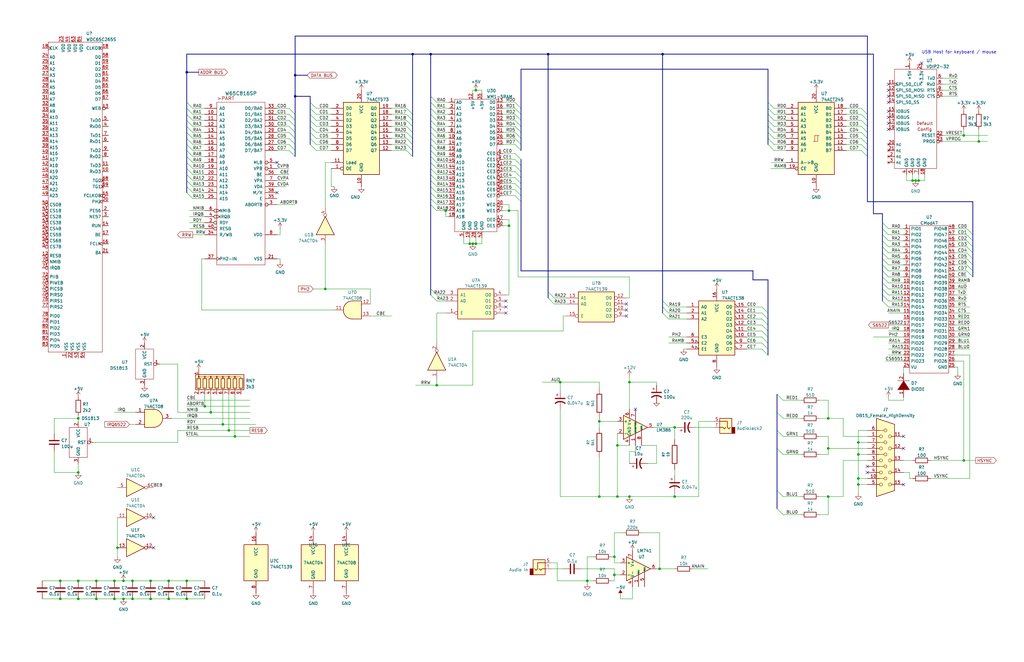
<source format=kicad_sch>
(kicad_sch (version 20211123) (generator eeschema)
  (paper "B")
  (title_block (title "65816 SBC CR") (rev "1.1") (company "Finitron"))
  (junction (at 361.95 204.47))
  (junction (at 259.08 242.57))
  (junction (at 71.12 252.73))
  (junction (at 259.08 234.95))
  (junction (at 412.75 59.69))
  (junction (at 200.66 38.1))
  (junction (at 86.36 171.45))
  (junction (at 349.25 176.53))
  (junction (at 48.26 252.73))
  (junction (at 260.35 187.96))
  (junction (at 349.25 209.55))
  (junction (at 49.53 231.14))
  (junction (at 361.95 186.69))
  (junction (at 252.73 177.8))
  (junction (at 349.25 189.23))
  (junction (at 55.88 245.11))
  (junction (at 88.9 173.99))
  (junction (at 78.74 245.11))
  (junction (at 124.46 40.64))
  (junction (at 52.07 245.11))
  (junction (at 40.64 245.11))
  (junction (at 25.4 252.73))
  (junction (at 265.43 209.55))
  (junction (at 55.88 252.73))
  (junction (at 214.63 88.9))
  (junction (at 93.98 179.07))
  (junction (at 406.4 57.15))
  (junction (at 25.4 245.11))
  (junction (at 40.64 252.73))
  (junction (at 284.48 209.55))
  (junction (at 173.99 22.86))
  (junction (at 236.22 161.29))
  (junction (at 198.12 102.87))
  (junction (at 33.02 176.53))
  (junction (at 265.43 161.29))
  (junction (at 33.02 245.11))
  (junction (at 124.46 31.75))
  (junction (at 33.02 199.39))
  (junction (at 279.4 22.86))
  (junction (at 387.35 76.2))
  (junction (at 33.02 252.73))
  (junction (at 252.73 209.55))
  (junction (at 361.95 191.77))
  (junction (at 247.65 245.11))
  (junction (at 199.39 102.87))
  (junction (at 137.16 121.92))
  (junction (at 184.15 162.56))
  (junction (at 361.95 201.93))
  (junction (at 187.96 88.9))
  (junction (at 48.26 245.11))
  (junction (at 78.74 30.48))
  (junction (at 52.07 252.73))
  (junction (at 181.61 22.86))
  (junction (at 386.08 76.2))
  (junction (at 63.5 245.11))
  (junction (at 231.14 22.86))
  (junction (at 63.5 252.73))
  (junction (at 214.63 95.25))
  (junction (at 96.52 181.61))
  (junction (at 284.48 180.34))
  (junction (at 260.35 209.55))
  (junction (at 71.12 245.11))
  (junction (at 384.81 76.2))
  (junction (at 200.66 102.87))
  (junction (at 406.4 194.31))
  (junction (at 78.74 252.73))
  (junction (at 99.06 184.15))
  (junction (at 278.13 240.03))
  (no_connect (at 374.65 46.99))
  (no_connect (at 381 189.23))
  (no_connect (at 64.77 231.14))
  (no_connect (at 64.77 218.44))
  (no_connect (at 264.16 128.27))
  (no_connect (at 264.16 130.81))
  (no_connect (at 213.36 129.54))
  (no_connect (at 213.36 127))
  (no_connect (at 388.62 26.67))
  (no_connect (at 267.97 172.72))
  (no_connect (at 264.16 133.35))
  (no_connect (at 213.36 132.08))
  (no_connect (at 374.65 49.53))
  (no_connect (at 381 184.15))
  (no_connect (at 374.65 40.64))
  (no_connect (at 374.65 54.61))
  (no_connect (at 365.76 199.39))
  (no_connect (at 374.65 38.1))
  (no_connect (at 116.84 68.58))
  (no_connect (at 365.76 196.85))
  (no_connect (at 374.65 52.07))
  (no_connect (at 381 204.47))
  (no_connect (at 374.65 43.18))
  (no_connect (at 116.84 81.28))
  (no_connect (at 374.65 35.56))
  (bus_entry (at 372.11 127) (size 2.54 2.54))
  (bus_entry (at 327.66 181.61) (size 2.54 2.54))
  (bus_entry (at 327.66 189.23) (size 2.54 2.54))
  (bus_entry (at 321.31 134.62) (size 2.54 2.54))
  (bus_entry (at 321.31 137.16) (size 2.54 2.54))
  (bus_entry (at 321.31 144.78) (size 2.54 2.54))
  (bus_entry (at 321.31 147.32) (size 2.54 2.54))
  (bus_entry (at 321.31 139.7) (size 2.54 2.54))
  (bus_entry (at 321.31 142.24) (size 2.54 2.54))
  (bus_entry (at 321.31 129.54) (size 2.54 2.54))
  (bus_entry (at 321.31 132.08) (size 2.54 2.54))
  (bus_entry (at 323.85 45.72) (size 2.54 2.54))
  (bus_entry (at 323.85 43.18) (size 2.54 2.54))
  (bus_entry (at 323.85 48.26) (size 2.54 2.54))
  (bus_entry (at 323.85 53.34) (size 2.54 2.54))
  (bus_entry (at 323.85 50.8) (size 2.54 2.54))
  (bus_entry (at 323.85 55.88) (size 2.54 2.54))
  (bus_entry (at 323.85 60.96) (size 2.54 2.54))
  (bus_entry (at 323.85 58.42) (size 2.54 2.54))
  (bus_entry (at 181.61 76.2) (size 2.54 2.54))
  (bus_entry (at 181.61 60.96) (size 2.54 2.54))
  (bus_entry (at 181.61 45.72) (size 2.54 2.54))
  (bus_entry (at 181.61 48.26) (size 2.54 2.54))
  (bus_entry (at 181.61 63.5) (size 2.54 2.54))
  (bus_entry (at 181.61 66.04) (size 2.54 2.54))
  (bus_entry (at 181.61 58.42) (size 2.54 2.54))
  (bus_entry (at 181.61 86.36) (size 2.54 2.54))
  (bus_entry (at 181.61 83.82) (size 2.54 2.54))
  (bus_entry (at 181.61 73.66) (size 2.54 2.54))
  (bus_entry (at 181.61 78.74) (size 2.54 2.54))
  (bus_entry (at 181.61 81.28) (size 2.54 2.54))
  (bus_entry (at 181.61 68.58) (size 2.54 2.54))
  (bus_entry (at 181.61 71.12) (size 2.54 2.54))
  (bus_entry (at 181.61 50.8) (size 2.54 2.54))
  (bus_entry (at 181.61 53.34) (size 2.54 2.54))
  (bus_entry (at 181.61 55.88) (size 2.54 2.54))
  (bus_entry (at 181.61 40.64) (size 2.54 2.54))
  (bus_entry (at 181.61 43.18) (size 2.54 2.54))
  (bus_entry (at 279.4 132.08) (size 2.54 2.54))
  (bus_entry (at 279.4 129.54) (size 2.54 2.54))
  (bus_entry (at 279.4 127) (size 2.54 2.54))
  (bus_entry (at 372.11 96.52) (size 2.54 2.54))
  (bus_entry (at 372.11 99.06) (size 2.54 2.54))
  (bus_entry (at 372.11 101.6) (size 2.54 2.54))
  (bus_entry (at 372.11 93.98) (size 2.54 2.54))
  (bus_entry (at 407.67 114.3) (size 2.54 2.54))
  (bus_entry (at 407.67 111.76) (size 2.54 2.54))
  (bus_entry (at 407.67 109.22) (size 2.54 2.54))
  (bus_entry (at 407.67 106.68) (size 2.54 2.54))
  (bus_entry (at 407.67 104.14) (size 2.54 2.54))
  (bus_entry (at 407.67 96.52) (size 2.54 2.54))
  (bus_entry (at 407.67 101.6) (size 2.54 2.54))
  (bus_entry (at 407.67 99.06) (size 2.54 2.54))
  (bus_entry (at 372.11 124.46) (size 2.54 2.54))
  (bus_entry (at 327.66 214.63) (size 2.54 2.54))
  (bus_entry (at 121.92 50.8) (size 2.54 2.54))
  (bus_entry (at 121.92 48.26) (size 2.54 2.54))
  (bus_entry (at 121.92 45.72) (size 2.54 2.54))
  (bus_entry (at 121.92 63.5) (size 2.54 2.54))
  (bus_entry (at 121.92 60.96) (size 2.54 2.54))
  (bus_entry (at 121.92 58.42) (size 2.54 2.54))
  (bus_entry (at 121.92 55.88) (size 2.54 2.54))
  (bus_entry (at 121.92 53.34) (size 2.54 2.54))
  (bus_entry (at 327.66 173.99) (size 2.54 2.54))
  (bus_entry (at 130.81 60.96) (size 2.54 2.54))
  (bus_entry (at 130.81 58.42) (size 2.54 2.54))
  (bus_entry (at 130.81 55.88) (size 2.54 2.54))
  (bus_entry (at 130.81 53.34) (size 2.54 2.54))
  (bus_entry (at 130.81 48.26) (size 2.54 2.54))
  (bus_entry (at 130.81 45.72) (size 2.54 2.54))
  (bus_entry (at 130.81 43.18) (size 2.54 2.54))
  (bus_entry (at 130.81 50.8) (size 2.54 2.54))
  (bus_entry (at 372.11 104.14) (size 2.54 2.54))
  (bus_entry (at 372.11 106.68) (size 2.54 2.54))
  (bus_entry (at 372.11 109.22) (size 2.54 2.54))
  (bus_entry (at 372.11 111.76) (size 2.54 2.54))
  (bus_entry (at 372.11 116.84) (size 2.54 2.54))
  (bus_entry (at 372.11 114.3) (size 2.54 2.54))
  (bus_entry (at 372.11 119.38) (size 2.54 2.54))
  (bus_entry (at 372.11 121.92) (size 2.54 2.54))
  (bus_entry (at 231.14 123.19) (size 2.54 2.54))
  (bus_entry (at 181.61 121.92) (size 2.54 2.54))
  (bus_entry (at 327.66 166.37) (size 2.54 2.54))
  (bus_entry (at 217.17 69.85) (size 2.54 2.54))
  (bus_entry (at 217.17 67.31) (size 2.54 2.54))
  (bus_entry (at 217.17 64.77) (size 2.54 2.54))
  (bus_entry (at 217.17 74.93) (size 2.54 2.54))
  (bus_entry (at 217.17 77.47) (size 2.54 2.54))
  (bus_entry (at 217.17 80.01) (size 2.54 2.54))
  (bus_entry (at 217.17 82.55) (size 2.54 2.54))
  (bus_entry (at 217.17 72.39) (size 2.54 2.54))
  (bus_entry (at 363.22 55.88) (size 2.54 2.54))
  (bus_entry (at 363.22 63.5) (size 2.54 2.54))
  (bus_entry (at 363.22 60.96) (size 2.54 2.54))
  (bus_entry (at 363.22 58.42) (size 2.54 2.54))
  (bus_entry (at 363.22 53.34) (size 2.54 2.54))
  (bus_entry (at 363.22 50.8) (size 2.54 2.54))
  (bus_entry (at 363.22 48.26) (size 2.54 2.54))
  (bus_entry (at 363.22 45.72) (size 2.54 2.54))
  (bus_entry (at 327.66 207.01) (size 2.54 2.54))
  (bus_entry (at 78.74 45.72) (size 2.54 2.54))
  (bus_entry (at 78.74 43.18) (size 2.54 2.54))
  (bus_entry (at 78.74 60.96) (size 2.54 2.54))
  (bus_entry (at 78.74 58.42) (size 2.54 2.54))
  (bus_entry (at 78.74 50.8) (size 2.54 2.54))
  (bus_entry (at 78.74 48.26) (size 2.54 2.54))
  (bus_entry (at 78.74 55.88) (size 2.54 2.54))
  (bus_entry (at 78.74 53.34) (size 2.54 2.54))
  (bus_entry (at 78.74 71.12) (size 2.54 2.54))
  (bus_entry (at 78.74 68.58) (size 2.54 2.54))
  (bus_entry (at 78.74 81.28) (size 2.54 2.54))
  (bus_entry (at 78.74 78.74) (size 2.54 2.54))
  (bus_entry (at 78.74 66.04) (size 2.54 2.54))
  (bus_entry (at 78.74 63.5) (size 2.54 2.54))
  (bus_entry (at 78.74 76.2) (size 2.54 2.54))
  (bus_entry (at 78.74 73.66) (size 2.54 2.54))
  (bus_entry (at 171.45 53.34) (size 2.54 2.54))
  (bus_entry (at 171.45 63.5) (size 2.54 2.54))
  (bus_entry (at 171.45 60.96) (size 2.54 2.54))
  (bus_entry (at 171.45 58.42) (size 2.54 2.54))
  (bus_entry (at 171.45 50.8) (size 2.54 2.54))
  (bus_entry (at 171.45 48.26) (size 2.54 2.54))
  (bus_entry (at 171.45 45.72) (size 2.54 2.54))
  (bus_entry (at 171.45 55.88) (size 2.54 2.54))
  (bus_entry (at 231.14 125.73) (size 2.54 2.54))
  (bus_entry (at 181.61 124.46) (size 2.54 2.54))
  (bus_entry (at 217.17 48.26) (size 2.54 2.54))
  (bus_entry (at 217.17 43.18) (size 2.54 2.54))
  (bus_entry (at 217.17 45.72) (size 2.54 2.54))
  (bus_entry (at 217.17 50.8) (size 2.54 2.54))
  (bus_entry (at 217.17 55.88) (size 2.54 2.54))
  (bus_entry (at 217.17 60.96) (size 2.54 2.54))
  (bus_entry (at 217.17 58.42) (size 2.54 2.54))
  (bus_entry (at 217.17 53.34) (size 2.54 2.54))
  (wire (pts (xy 116.84 50.8) (xy 121.92 50.8)))
  (wire (pts (xy 116.84 71.12) (xy 121.92 71.12)))
  (wire (pts (xy 212.09 72.39) (xy 217.17 72.39)))
  (bus (pts (xy 124.46 60.96) (xy 124.46 58.42)))
  (bus (pts (xy 410.21 109.22) (xy 410.21 106.68)))
  (bus (pts (xy 368.3 22.86) (xy 368.3 90.17)))
  (wire (pts (xy 165.1 48.26) (xy 171.45 48.26)))
  (wire (pts (xy 361.95 186.69) (xy 361.95 191.77)))
  (wire (pts (xy 184.15 132.08) (xy 184.15 144.78)))
  (wire (pts (xy 86.36 55.88) (xy 81.28 55.88)))
  (wire (pts (xy 381 132.08) (xy 374.65 132.08)))
  (wire (pts (xy 402.59 99.06) (xy 407.67 99.06)))
  (wire (pts (xy 22.86 199.39) (xy 33.02 199.39)))
  (wire (pts (xy 165.1 53.34) (xy 171.45 53.34)))
  (bus (pts (xy 124.46 15.24) (xy 365.76 15.24)))
  (wire (pts (xy 314.96 132.08) (xy 321.31 132.08)))
  (wire (pts (xy 156.21 121.92) (xy 156.21 128.27)))
  (bus (pts (xy 219.71 60.96) (xy 219.71 63.5)))
  (wire (pts (xy 116.84 99.06) (xy 118.11 99.06)))
  (wire (pts (xy 236.22 209.55) (xy 252.73 209.55)))
  (wire (pts (xy 381 119.38) (xy 374.65 119.38)))
  (wire (pts (xy 200.66 100.33) (xy 200.66 102.87)))
  (bus (pts (xy 410.21 85.09) (xy 410.21 99.06)))
  (wire (pts (xy 406.4 57.15) (xy 406.4 54.61)))
  (wire (pts (xy 345.44 191.77) (xy 349.25 191.77)))
  (bus (pts (xy 124.46 66.04) (xy 124.46 63.5)))
  (wire (pts (xy 189.23 60.96) (xy 184.15 60.96)))
  (wire (pts (xy 381 116.84) (xy 374.65 116.84)))
  (wire (pts (xy 397.51 38.1) (xy 403.86 38.1)))
  (wire (pts (xy 137.16 68.58) (xy 137.16 87.63)))
  (wire (pts (xy 402.59 142.24) (xy 408.94 142.24)))
  (wire (pts (xy 355.6 194.31) (xy 355.6 209.55)))
  (bus (pts (xy 124.46 53.34) (xy 124.46 50.8)))
  (wire (pts (xy 118.11 99.06) (xy 118.11 96.52)))
  (wire (pts (xy 118.11 109.22) (xy 118.11 110.49)))
  (wire (pts (xy 86.36 88.9) (xy 80.01 88.9)))
  (wire (pts (xy 67.31 153.67) (xy 74.93 153.67)))
  (wire (pts (xy 406.4 152.4) (xy 402.59 152.4)))
  (wire (pts (xy 331.47 71.12) (xy 325.12 71.12)))
  (bus (pts (xy 372.11 99.06) (xy 372.11 96.52)))
  (wire (pts (xy 381 157.48) (xy 381 154.94)))
  (bus (pts (xy 130.81 40.64) (xy 124.46 40.64)))
  (wire (pts (xy 86.36 91.44) (xy 80.01 91.44)))
  (wire (pts (xy 63.5 252.73) (xy 71.12 252.73)))
  (wire (pts (xy 86.36 76.2) (xy 81.28 76.2)))
  (wire (pts (xy 212.09 53.34) (xy 217.17 53.34)))
  (bus (pts (xy 323.85 139.7) (xy 323.85 137.16)))
  (wire (pts (xy 189.23 63.5) (xy 184.15 63.5)))
  (bus (pts (xy 130.81 53.34) (xy 130.81 50.8)))
  (wire (pts (xy 86.36 81.28) (xy 81.28 81.28)))
  (bus (pts (xy 130.81 50.8) (xy 130.81 48.26)))
  (wire (pts (xy 403.86 154.94) (xy 403.86 157.48)))
  (wire (pts (xy 88.9 166.37) (xy 88.9 173.99)))
  (wire (pts (xy 212.09 74.93) (xy 217.17 74.93)))
  (wire (pts (xy 189.23 53.34) (xy 184.15 53.34)))
  (bus (pts (xy 181.61 86.36) (xy 181.61 121.92)))
  (wire (pts (xy 356.87 55.88) (xy 363.22 55.88)))
  (wire (pts (xy 276.86 161.29) (xy 265.43 161.29)))
  (wire (pts (xy 85.09 130.81) (xy 140.97 130.81)))
  (bus (pts (xy 78.74 71.12) (xy 78.74 73.66)))
  (bus (pts (xy 219.71 48.26) (xy 219.71 50.8)))
  (wire (pts (xy 314.96 139.7) (xy 321.31 139.7)))
  (bus (pts (xy 219.71 53.34) (xy 219.71 55.88)))
  (wire (pts (xy 86.36 68.58) (xy 81.28 68.58)))
  (bus (pts (xy 78.74 53.34) (xy 78.74 55.88)))
  (bus (pts (xy 365.76 85.09) (xy 365.76 66.04)))
  (bus (pts (xy 323.85 144.78) (xy 323.85 142.24)))
  (wire (pts (xy 356.87 60.96) (xy 363.22 60.96)))
  (wire (pts (xy 86.36 50.8) (xy 81.28 50.8)))
  (wire (pts (xy 116.84 48.26) (xy 121.92 48.26)))
  (wire (pts (xy 345.44 209.55) (xy 349.25 209.55)))
  (wire (pts (xy 267.97 187.96) (xy 267.97 190.5)))
  (bus (pts (xy 219.71 74.93) (xy 219.71 77.47)))
  (wire (pts (xy 99.06 184.15) (xy 105.41 184.15)))
  (wire (pts (xy 165.1 63.5) (xy 171.45 63.5)))
  (wire (pts (xy 71.12 245.11) (xy 78.74 245.11)))
  (bus (pts (xy 78.74 58.42) (xy 78.74 60.96)))
  (wire (pts (xy 200.66 38.1) (xy 203.2 38.1)))
  (wire (pts (xy 365.76 201.93) (xy 361.95 201.93)))
  (bus (pts (xy 372.11 96.52) (xy 372.11 93.98)))
  (bus (pts (xy 130.81 58.42) (xy 130.81 55.88)))
  (wire (pts (xy 402.59 109.22) (xy 407.67 109.22)))
  (wire (pts (xy 402.59 137.16) (xy 408.94 137.16)))
  (wire (pts (xy 139.7 55.88) (xy 133.35 55.88)))
  (wire (pts (xy 189.23 45.72) (xy 184.15 45.72)))
  (wire (pts (xy 259.08 237.49) (xy 261.62 237.49)))
  (wire (pts (xy 397.51 35.56) (xy 403.86 35.56)))
  (bus (pts (xy 365.76 55.88) (xy 365.76 53.34)))
  (bus (pts (xy 83.82 30.48) (xy 78.74 30.48)))
  (wire (pts (xy 345.44 217.17) (xy 349.25 217.17)))
  (bus (pts (xy 365.76 60.96) (xy 365.76 58.42)))
  (wire (pts (xy 281.94 142.24) (xy 289.56 142.24)))
  (wire (pts (xy 86.36 171.45) (xy 105.41 171.45)))
  (bus (pts (xy 327.66 189.23) (xy 327.66 181.61)))
  (bus (pts (xy 78.74 78.74) (xy 78.74 81.28)))
  (wire (pts (xy 78.74 184.15) (xy 99.06 184.15)))
  (bus (pts (xy 365.76 66.04) (xy 365.76 63.5)))
  (wire (pts (xy 212.09 48.26) (xy 217.17 48.26)))
  (wire (pts (xy 25.4 252.73) (xy 33.02 252.73)))
  (wire (pts (xy 381 109.22) (xy 374.65 109.22)))
  (bus (pts (xy 78.74 68.58) (xy 78.74 71.12)))
  (wire (pts (xy 165.1 133.35) (xy 156.21 133.35)))
  (wire (pts (xy 218.44 116.84) (xy 218.44 88.9)))
  (wire (pts (xy 212.09 50.8) (xy 217.17 50.8)))
  (wire (pts (xy 116.84 109.22) (xy 118.11 109.22)))
  (wire (pts (xy 397.51 59.69) (xy 412.75 59.69)))
  (wire (pts (xy 381 149.86) (xy 374.65 149.86)))
  (wire (pts (xy 139.7 58.42) (xy 133.35 58.42)))
  (wire (pts (xy 165.1 60.96) (xy 171.45 60.96)))
  (bus (pts (xy 323.85 50.8) (xy 323.85 48.26)))
  (wire (pts (xy 165.1 50.8) (xy 171.45 50.8)))
  (wire (pts (xy 200.66 102.87) (xy 203.2 102.87)))
  (wire (pts (xy 252.73 177.8) (xy 252.73 180.34)))
  (wire (pts (xy 345.44 168.91) (xy 349.25 168.91)))
  (wire (pts (xy 402.59 119.38) (xy 407.67 119.38)))
  (wire (pts (xy 381 114.3) (xy 374.65 114.3)))
  (wire (pts (xy 139.7 48.26) (xy 133.35 48.26)))
  (wire (pts (xy 260.35 187.96) (xy 260.35 182.88)))
  (bus (pts (xy 323.85 60.96) (xy 323.85 58.42)))
  (bus (pts (xy 323.85 134.62) (xy 323.85 132.08)))
  (wire (pts (xy 212.09 45.72) (xy 217.17 45.72)))
  (wire (pts (xy 402.59 139.7) (xy 408.94 139.7)))
  (bus (pts (xy 181.61 48.26) (xy 181.61 50.8)))
  (bus (pts (xy 78.74 22.86) (xy 173.99 22.86)))
  (wire (pts (xy 337.82 217.17) (xy 330.2 217.17)))
  (wire (pts (xy 314.96 129.54) (xy 321.31 129.54)))
  (wire (pts (xy 212.09 92.71) (xy 214.63 92.71)))
  (wire (pts (xy 48.26 252.73) (xy 52.07 252.73)))
  (wire (pts (xy 25.4 245.11) (xy 33.02 245.11)))
  (wire (pts (xy 214.63 95.25) (xy 214.63 124.46)))
  (wire (pts (xy 289.56 147.32) (xy 288.29 147.32)))
  (wire (pts (xy 93.98 179.07) (xy 107.95 179.07)))
  (wire (pts (xy 294.64 177.8) (xy 300.99 177.8)))
  (wire (pts (xy 402.59 132.08) (xy 408.94 132.08)))
  (wire (pts (xy 314.96 147.32) (xy 321.31 147.32)))
  (wire (pts (xy 331.47 63.5) (xy 326.39 63.5)))
  (wire (pts (xy 289.56 129.54) (xy 281.94 129.54)))
  (wire (pts (xy 402.59 134.62) (xy 408.94 134.62)))
  (bus (pts (xy 130.81 45.72) (xy 130.81 43.18)))
  (wire (pts (xy 72.39 176.53) (xy 105.41 176.53)))
  (wire (pts (xy 406.4 194.31) (xy 411.48 194.31)))
  (wire (pts (xy 199.39 102.87) (xy 200.66 102.87)))
  (bus (pts (xy 173.99 55.88) (xy 173.99 53.34)))
  (wire (pts (xy 187.96 124.46) (xy 184.15 124.46)))
  (wire (pts (xy 189.23 91.44) (xy 187.96 91.44)))
  (wire (pts (xy 228.6 161.29) (xy 236.22 161.29)))
  (wire (pts (xy 257.81 234.95) (xy 259.08 234.95)))
  (wire (pts (xy 259.08 224.79) (xy 262.89 224.79)))
  (wire (pts (xy 116.84 58.42) (xy 121.92 58.42)))
  (wire (pts (xy 289.56 134.62) (xy 281.94 134.62)))
  (bus (pts (xy 78.74 50.8) (xy 78.74 53.34)))
  (wire (pts (xy 189.23 78.74) (xy 184.15 78.74)))
  (wire (pts (xy 331.47 60.96) (xy 326.39 60.96)))
  (wire (pts (xy 250.19 245.11) (xy 247.65 245.11)))
  (wire (pts (xy 284.48 198.12) (xy 284.48 200.66)))
  (wire (pts (xy 189.23 43.18) (xy 184.15 43.18)))
  (wire (pts (xy 361.95 181.61) (xy 361.95 186.69)))
  (wire (pts (xy 365.76 189.23) (xy 349.25 189.23)))
  (bus (pts (xy 372.11 101.6) (xy 372.11 99.06)))
  (wire (pts (xy 402.59 96.52) (xy 407.67 96.52)))
  (bus (pts (xy 219.71 50.8) (xy 219.71 53.34)))
  (wire (pts (xy 266.7 247.65) (xy 266.7 252.73)))
  (wire (pts (xy 293.37 180.34) (xy 300.99 180.34)))
  (bus (pts (xy 124.46 50.8) (xy 124.46 48.26)))
  (bus (pts (xy 78.74 76.2) (xy 78.74 78.74)))
  (wire (pts (xy 86.36 60.96) (xy 81.28 60.96)))
  (wire (pts (xy 397.51 40.64) (xy 403.86 40.64)))
  (wire (pts (xy 116.84 86.36) (xy 124.46 86.36)))
  (bus (pts (xy 181.61 22.86) (xy 181.61 40.64)))
  (wire (pts (xy 349.25 176.53) (xy 355.6 176.53)))
  (wire (pts (xy 259.08 234.95) (xy 259.08 224.79)))
  (wire (pts (xy 264.16 125.73) (xy 265.43 125.73)))
  (bus (pts (xy 78.74 73.66) (xy 78.74 76.2)))
  (wire (pts (xy 52.07 252.73) (xy 55.88 252.73)))
  (wire (pts (xy 116.84 55.88) (xy 121.92 55.88)))
  (bus (pts (xy 231.14 22.86) (xy 279.4 22.86)))
  (bus (pts (xy 365.76 85.09) (xy 410.21 85.09)))
  (wire (pts (xy 212.09 82.55) (xy 217.17 82.55)))
  (wire (pts (xy 49.53 234.95) (xy 49.53 231.14)))
  (bus (pts (xy 323.85 132.08) (xy 323.85 118.11)))
  (bus (pts (xy 181.61 45.72) (xy 181.61 48.26)))
  (wire (pts (xy 175.26 162.56) (xy 184.15 162.56)))
  (wire (pts (xy 187.96 88.9) (xy 184.15 88.9)))
  (wire (pts (xy 387.35 76.2) (xy 389.89 76.2)))
  (wire (pts (xy 384.81 73.66) (xy 384.81 76.2)))
  (bus (pts (xy 372.11 104.14) (xy 372.11 106.68)))
  (wire (pts (xy 252.73 161.29) (xy 252.73 163.83)))
  (bus (pts (xy 323.85 48.26) (xy 323.85 45.72)))
  (wire (pts (xy 374.65 127) (xy 381 127)))
  (wire (pts (xy 397.51 57.15) (xy 406.4 57.15)))
  (wire (pts (xy 85.09 130.81) (xy 85.09 109.22)))
  (bus (pts (xy 181.61 83.82) (xy 181.61 86.36)))
  (wire (pts (xy 252.73 161.29) (xy 236.22 161.29)))
  (bus (pts (xy 231.14 125.73) (xy 231.14 123.19)))
  (wire (pts (xy 402.59 149.86) (xy 408.94 149.86)))
  (bus (pts (xy 124.46 31.75) (xy 124.46 15.24)))
  (wire (pts (xy 412.75 59.69) (xy 416.56 59.69)))
  (wire (pts (xy 381 124.46) (xy 374.65 124.46)))
  (wire (pts (xy 165.1 58.42) (xy 171.45 58.42)))
  (wire (pts (xy 381 147.32) (xy 374.65 147.32)))
  (wire (pts (xy 349.25 209.55) (xy 349.25 217.17)))
  (wire (pts (xy 139.7 50.8) (xy 133.35 50.8)))
  (wire (pts (xy 345.44 176.53) (xy 349.25 176.53)))
  (wire (pts (xy 139.7 71.12) (xy 139.7 78.74)))
  (wire (pts (xy 78.74 168.91) (xy 105.41 168.91)))
  (wire (pts (xy 55.88 245.11) (xy 63.5 245.11)))
  (wire (pts (xy 337.82 191.77) (xy 330.2 191.77)))
  (bus (pts (xy 78.74 45.72) (xy 78.74 48.26)))
  (wire (pts (xy 345.44 184.15) (xy 349.25 184.15)))
  (wire (pts (xy 281.94 144.78) (xy 289.56 144.78)))
  (bus (pts (xy 181.61 60.96) (xy 181.61 63.5)))
  (wire (pts (xy 63.5 245.11) (xy 71.12 245.11)))
  (bus (pts (xy 219.71 82.55) (xy 219.71 85.09)))
  (wire (pts (xy 33.02 176.53) (xy 22.86 176.53)))
  (bus (pts (xy 181.61 50.8) (xy 181.61 53.34)))
  (wire (pts (xy 402.59 111.76) (xy 407.67 111.76)))
  (wire (pts (xy 234.95 237.49) (xy 234.95 245.11)))
  (bus (pts (xy 219.71 114.3) (xy 317.5 114.3)))
  (wire (pts (xy 284.48 209.55) (xy 294.64 209.55)))
  (wire (pts (xy 212.09 77.47) (xy 217.17 77.47)))
  (wire (pts (xy 381 106.68) (xy 374.65 106.68)))
  (bus (pts (xy 173.99 58.42) (xy 173.99 55.88)))
  (wire (pts (xy 189.23 88.9) (xy 187.96 88.9)))
  (wire (pts (xy 285.75 180.34) (xy 284.48 180.34)))
  (wire (pts (xy 137.16 102.87) (xy 137.16 121.92)))
  (bus (pts (xy 279.4 132.08) (xy 279.4 129.54)))
  (bus (pts (xy 78.74 55.88) (xy 78.74 58.42)))
  (bus (pts (xy 323.85 142.24) (xy 323.85 139.7)))
  (wire (pts (xy 289.56 132.08) (xy 281.94 132.08)))
  (wire (pts (xy 284.48 180.34) (xy 275.59 180.34)))
  (wire (pts (xy 273.05 195.58) (xy 276.86 195.58)))
  (bus (pts (xy 323.85 45.72) (xy 323.85 43.18)))
  (bus (pts (xy 365.76 58.42) (xy 365.76 55.88)))
  (wire (pts (xy 96.52 181.61) (xy 105.41 181.61)))
  (wire (pts (xy 381 111.76) (xy 374.65 111.76)))
  (wire (pts (xy 406.4 57.15) (xy 416.56 57.15)))
  (wire (pts (xy 71.12 252.73) (xy 78.74 252.73)))
  (bus (pts (xy 78.74 60.96) (xy 78.74 63.5)))
  (wire (pts (xy 86.36 53.34) (xy 81.28 53.34)))
  (wire (pts (xy 74.93 173.99) (xy 74.93 153.67)))
  (bus (pts (xy 78.74 43.18) (xy 78.74 45.72)))
  (wire (pts (xy 234.95 245.11) (xy 247.65 245.11)))
  (bus (pts (xy 372.11 106.68) (xy 372.11 109.22)))
  (bus (pts (xy 173.99 53.34) (xy 173.99 50.8)))
  (wire (pts (xy 284.48 208.28) (xy 284.48 209.55)))
  (wire (pts (xy 116.84 78.74) (xy 120.65 78.74)))
  (wire (pts (xy 261.62 242.57) (xy 259.08 242.57)))
  (wire (pts (xy 212.09 64.77) (xy 217.17 64.77)))
  (wire (pts (xy 199.39 162.56) (xy 199.39 139.7)))
  (wire (pts (xy 212.09 60.96) (xy 217.17 60.96)))
  (wire (pts (xy 259.08 242.57) (xy 259.08 240.03)))
  (bus (pts (xy 219.71 29.21) (xy 323.85 29.21)))
  (wire (pts (xy 214.63 92.71) (xy 214.63 95.25)))
  (bus (pts (xy 219.71 67.31) (xy 219.71 69.85)))
  (wire (pts (xy 381 96.52) (xy 374.65 96.52)))
  (wire (pts (xy 139.7 60.96) (xy 133.35 60.96)))
  (bus (pts (xy 372.11 93.98) (xy 372.11 90.17)))
  (wire (pts (xy 74.93 173.99) (xy 88.9 173.99)))
  (bus (pts (xy 130.81 48.26) (xy 130.81 45.72)))
  (bus (pts (xy 130.81 55.88) (xy 130.81 53.34)))
  (bus (pts (xy 181.61 76.2) (xy 181.61 78.74)))
  (bus (pts (xy 181.61 43.18) (xy 181.61 45.72)))
  (wire (pts (xy 337.82 168.91) (xy 330.2 168.91)))
  (wire (pts (xy 337.82 176.53) (xy 330.2 176.53)))
  (wire (pts (xy 365.76 204.47) (xy 361.95 204.47)))
  (wire (pts (xy 212.09 43.18) (xy 217.17 43.18)))
  (wire (pts (xy 384.81 194.31) (xy 381 194.31)))
  (wire (pts (xy 402.59 124.46) (xy 407.67 124.46)))
  (wire (pts (xy 116.84 60.96) (xy 121.92 60.96)))
  (wire (pts (xy 165.1 45.72) (xy 171.45 45.72)))
  (wire (pts (xy 265.43 116.84) (xy 218.44 116.84)))
  (wire (pts (xy 382.27 73.66) (xy 382.27 76.2)))
  (wire (pts (xy 361.95 191.77) (xy 361.95 201.93)))
  (wire (pts (xy 265.43 209.55) (xy 284.48 209.55)))
  (wire (pts (xy 116.84 73.66) (xy 121.92 73.66)))
  (wire (pts (xy 199.39 39.37) (xy 199.39 38.1)))
  (wire (pts (xy 276.86 195.58) (xy 276.86 187.96)))
  (bus (pts (xy 372.11 109.22) (xy 372.11 111.76)))
  (wire (pts (xy 212.09 69.85) (xy 217.17 69.85)))
  (wire (pts (xy 116.84 76.2) (xy 120.65 76.2)))
  (wire (pts (xy 52.07 245.11) (xy 55.88 245.11)))
  (wire (pts (xy 402.59 114.3) (xy 407.67 114.3)))
  (wire (pts (xy 356.87 50.8) (xy 363.22 50.8)))
  (wire (pts (xy 187.96 127) (xy 184.15 127)))
  (wire (pts (xy 86.36 48.26) (xy 81.28 48.26)))
  (wire (pts (xy 132.08 121.92) (xy 137.16 121.92)))
  (wire (pts (xy 356.87 53.34) (xy 363.22 53.34)))
  (wire (pts (xy 214.63 88.9) (xy 212.09 88.9)))
  (bus (pts (xy 365.76 15.24) (xy 365.76 48.26)))
  (wire (pts (xy 356.87 63.5) (xy 363.22 63.5)))
  (wire (pts (xy 189.23 81.28) (xy 184.15 81.28)))
  (wire (pts (xy 214.63 95.25) (xy 212.09 95.25)))
  (bus (pts (xy 181.61 73.66) (xy 181.61 76.2)))
  (bus (pts (xy 219.71 80.01) (xy 219.71 82.55)))
  (wire (pts (xy 365.76 194.31) (xy 355.6 194.31)))
  (wire (pts (xy 189.23 86.36) (xy 184.15 86.36)))
  (wire (pts (xy 402.59 147.32) (xy 408.94 147.32)))
  (wire (pts (xy 212.09 86.36) (xy 214.63 86.36)))
  (wire (pts (xy 74.93 181.61) (xy 96.52 181.61)))
  (wire (pts (xy 48.26 245.11) (xy 52.07 245.11)))
  (bus (pts (xy 323.85 53.34) (xy 323.85 50.8)))
  (wire (pts (xy 365.76 186.69) (xy 361.95 186.69)))
  (bus (pts (xy 219.71 85.09) (xy 219.71 114.3)))
  (wire (pts (xy 381 101.6) (xy 374.65 101.6)))
  (wire (pts (xy 189.23 48.26) (xy 184.15 48.26)))
  (wire (pts (xy 265.43 161.29) (xy 265.43 172.72)))
  (wire (pts (xy 17.78 245.11) (xy 25.4 245.11)))
  (wire (pts (xy 96.52 166.37) (xy 96.52 181.61)))
  (wire (pts (xy 33.02 252.73) (xy 40.64 252.73)))
  (bus (pts (xy 181.61 63.5) (xy 181.61 66.04)))
  (bus (pts (xy 124.46 55.88) (xy 124.46 53.34)))
  (wire (pts (xy 265.43 158.75) (xy 265.43 161.29)))
  (wire (pts (xy 189.23 58.42) (xy 184.15 58.42)))
  (wire (pts (xy 203.2 102.87) (xy 203.2 100.33)))
  (wire (pts (xy 57.15 179.07) (xy 54.61 179.07)))
  (wire (pts (xy 392.43 201.93) (xy 408.94 201.93)))
  (wire (pts (xy 381 129.54) (xy 374.65 129.54)))
  (wire (pts (xy 199.39 38.1) (xy 200.66 38.1)))
  (bus (pts (xy 372.11 116.84) (xy 372.11 119.38)))
  (wire (pts (xy 198.12 102.87) (xy 199.39 102.87)))
  (wire (pts (xy 349.25 184.15) (xy 349.25 189.23)))
  (wire (pts (xy 33.02 175.26) (xy 33.02 176.53)))
  (wire (pts (xy 86.36 71.12) (xy 81.28 71.12)))
  (wire (pts (xy 86.36 45.72) (xy 81.28 45.72)))
  (wire (pts (xy 381 199.39) (xy 383.54 199.39)))
  (wire (pts (xy 165.1 55.88) (xy 171.45 55.88)))
  (wire (pts (xy 203.2 38.1) (xy 203.2 39.37)))
  (wire (pts (xy 406.4 194.31) (xy 406.4 152.4)))
  (bus (pts (xy 365.76 63.5) (xy 365.76 60.96)))
  (wire (pts (xy 86.36 73.66) (xy 81.28 73.66)))
  (wire (pts (xy 349.25 168.91) (xy 349.25 176.53)))
  (wire (pts (xy 247.65 234.95) (xy 247.65 245.11)))
  (wire (pts (xy 195.58 100.33) (xy 195.58 102.87)))
  (bus (pts (xy 181.61 81.28) (xy 181.61 83.82)))
  (wire (pts (xy 402.59 106.68) (xy 407.67 106.68)))
  (wire (pts (xy 266.7 252.73) (xy 261.62 252.73)))
  (wire (pts (xy 139.7 53.34) (xy 133.35 53.34)))
  (wire (pts (xy 331.47 58.42) (xy 326.39 58.42)))
  (wire (pts (xy 49.53 231.14) (xy 49.53 218.44)))
  (bus (pts (xy 410.21 114.3) (xy 410.21 111.76)))
  (wire (pts (xy 212.09 55.88) (xy 217.17 55.88)))
  (bus (pts (xy 365.76 53.34) (xy 365.76 50.8)))
  (wire (pts (xy 189.23 55.88) (xy 184.15 55.88)))
  (wire (pts (xy 276.86 240.03) (xy 278.13 240.03)))
  (bus (pts (xy 372.11 114.3) (xy 372.11 116.84)))
  (bus (pts (xy 124.46 40.64) (xy 124.46 31.75)))
  (wire (pts (xy 78.74 179.07) (xy 93.98 179.07)))
  (wire (pts (xy 381 139.7) (xy 374.65 139.7)))
  (wire (pts (xy 184.15 162.56) (xy 199.39 162.56)))
  (wire (pts (xy 381 152.4) (xy 373.38 152.4)))
  (bus (pts (xy 410.21 101.6) (xy 410.21 99.06)))
  (bus (pts (xy 327.66 173.99) (xy 327.66 181.61)))
  (wire (pts (xy 389.89 76.2) (xy 389.89 73.66)))
  (wire (pts (xy 276.86 162.56) (xy 276.86 161.29)))
  (wire (pts (xy 74.93 186.69) (xy 74.93 181.61)))
  (wire (pts (xy 78.74 252.73) (xy 86.36 252.73)))
  (wire (pts (xy 236.22 161.29) (xy 236.22 165.1)))
  (bus (pts (xy 219.71 77.47) (xy 219.71 80.01)))
  (bus (pts (xy 124.46 58.42) (xy 124.46 55.88)))
  (wire (pts (xy 331.47 55.88) (xy 326.39 55.88)))
  (wire (pts (xy 86.36 96.52) (xy 80.01 96.52)))
  (bus (pts (xy 372.11 127) (xy 372.11 124.46)))
  (wire (pts (xy 356.87 45.72) (xy 363.22 45.72)))
  (wire (pts (xy 387.35 73.66) (xy 387.35 76.2)))
  (wire (pts (xy 214.63 86.36) (xy 214.63 88.9)))
  (wire (pts (xy 356.87 58.42) (xy 363.22 58.42)))
  (bus (pts (xy 181.61 55.88) (xy 181.61 58.42)))
  (wire (pts (xy 189.23 71.12) (xy 184.15 71.12)))
  (wire (pts (xy 198.12 100.33) (xy 198.12 102.87)))
  (wire (pts (xy 265.43 187.96) (xy 260.35 187.96)))
  (bus (pts (xy 78.74 48.26) (xy 78.74 50.8)))
  (wire (pts (xy 212.09 58.42) (xy 217.17 58.42)))
  (wire (pts (xy 78.74 245.11) (xy 86.36 245.11)))
  (wire (pts (xy 189.23 73.66) (xy 184.15 73.66)))
  (wire (pts (xy 276.86 187.96) (xy 270.51 187.96)))
  (wire (pts (xy 247.65 245.11) (xy 247.65 246.38)))
  (bus (pts (xy 181.61 71.12) (xy 181.61 73.66)))
  (wire (pts (xy 213.36 124.46) (xy 214.63 124.46)))
  (wire (pts (xy 331.47 50.8) (xy 326.39 50.8)))
  (bus (pts (xy 173.99 50.8) (xy 173.99 48.26)))
  (bus (pts (xy 372.11 124.46) (xy 372.11 121.92)))
  (wire (pts (xy 139.7 68.58) (xy 137.16 68.58)))
  (wire (pts (xy 17.78 252.73) (xy 25.4 252.73)))
  (wire (pts (xy 252.73 176.53) (xy 252.73 177.8)))
  (bus (pts (xy 181.61 68.58) (xy 181.61 71.12)))
  (bus (pts (xy 219.71 29.21) (xy 219.71 45.72)))
  (wire (pts (xy 232.41 237.49) (xy 234.95 237.49)))
  (bus (pts (xy 323.85 118.11) (xy 317.5 118.11)))
  (wire (pts (xy 381 121.92) (xy 374.65 121.92)))
  (wire (pts (xy 331.47 45.72) (xy 326.39 45.72)))
  (wire (pts (xy 349.25 189.23) (xy 349.25 191.77)))
  (wire (pts (xy 365.76 181.61) (xy 361.95 181.61)))
  (bus (pts (xy 173.99 63.5) (xy 173.99 60.96)))
  (wire (pts (xy 137.16 121.92) (xy 156.21 121.92)))
  (wire (pts (xy 86.36 166.37) (xy 86.36 171.45)))
  (wire (pts (xy 238.76 128.27) (xy 233.68 128.27)))
  (wire (pts (xy 184.15 162.56) (xy 184.15 160.02)))
  (wire (pts (xy 314.96 134.62) (xy 321.31 134.62)))
  (wire (pts (xy 55.88 252.73) (xy 63.5 252.73)))
  (bus (pts (xy 410.21 104.14) (xy 410.21 101.6)))
  (wire (pts (xy 392.43 194.31) (xy 406.4 194.31)))
  (wire (pts (xy 22.86 190.5) (xy 22.86 199.39)))
  (wire (pts (xy 397.51 33.02) (xy 403.86 33.02)))
  (wire (pts (xy 331.47 48.26) (xy 326.39 48.26)))
  (wire (pts (xy 189.23 66.04) (xy 184.15 66.04)))
  (wire (pts (xy 116.84 63.5) (xy 121.92 63.5)))
  (wire (pts (xy 184.15 132.08) (xy 187.96 132.08)))
  (wire (pts (xy 86.36 109.22) (xy 85.09 109.22)))
  (wire (pts (xy 337.82 209.55) (xy 330.2 209.55)))
  (wire (pts (xy 261.62 252.73) (xy 261.62 251.46)))
  (bus (pts (xy 181.61 124.46) (xy 181.61 121.92)))
  (wire (pts (xy 314.96 142.24) (xy 321.31 142.24)))
  (bus (pts (xy 173.99 48.26) (xy 173.99 22.86)))
  (wire (pts (xy 384.81 76.2) (xy 386.08 76.2)))
  (wire (pts (xy 237.49 139.7) (xy 237.49 133.35)))
  (bus (pts (xy 317.5 118.11) (xy 317.5 114.3)))
  (wire (pts (xy 278.13 240.03) (xy 278.13 224.79)))
  (bus (pts (xy 129.54 31.75) (xy 124.46 31.75)))
  (wire (pts (xy 189.23 76.2) (xy 184.15 76.2)))
  (bus (pts (xy 219.71 45.72) (xy 219.71 48.26)))
  (wire (pts (xy 260.35 209.55) (xy 265.43 209.55)))
  (wire (pts (xy 355.6 209.55) (xy 349.25 209.55)))
  (wire (pts (xy 139.7 45.72) (xy 133.35 45.72)))
  (wire (pts (xy 383.54 201.93) (xy 384.81 201.93)))
  (wire (pts (xy 252.73 209.55) (xy 260.35 209.55)))
  (bus (pts (xy 372.11 90.17) (xy 368.3 90.17)))
  (wire (pts (xy 408.94 149.86) (xy 408.94 201.93)))
  (wire (pts (xy 78.74 171.45) (xy 86.36 171.45)))
  (wire (pts (xy 402.59 144.78) (xy 408.94 144.78)))
  (wire (pts (xy 331.47 53.34) (xy 326.39 53.34)))
  (wire (pts (xy 86.36 99.06) (xy 81.28 99.06)))
  (wire (pts (xy 260.35 187.96) (xy 260.35 209.55)))
  (bus (pts (xy 231.14 22.86) (xy 231.14 123.19)))
  (wire (pts (xy 278.13 224.79) (xy 270.51 224.79)))
  (wire (pts (xy 402.59 129.54) (xy 408.94 129.54)))
  (bus (pts (xy 181.61 58.42) (xy 181.61 60.96)))
  (wire (pts (xy 383.54 199.39) (xy 383.54 201.93)))
  (wire (pts (xy 402.59 154.94) (xy 403.86 154.94)))
  (wire (pts (xy 355.6 184.15) (xy 355.6 176.53)))
  (bus (pts (xy 130.81 60.96) (xy 130.81 58.42)))
  (bus (pts (xy 78.74 63.5) (xy 78.74 66.04)))
  (bus (pts (xy 173.99 66.04) (xy 173.99 63.5)))
  (wire (pts (xy 116.84 45.72) (xy 121.92 45.72)))
  (wire (pts (xy 33.02 176.53) (xy 33.02 177.8)))
  (wire (pts (xy 212.09 80.01) (xy 217.17 80.01)))
  (wire (pts (xy 187.96 91.44) (xy 187.96 88.9)))
  (wire (pts (xy 402.59 104.14) (xy 407.67 104.14)))
  (wire (pts (xy 93.98 166.37) (xy 93.98 179.07)))
  (bus (pts (xy 327.66 173.99) (xy 327.66 166.37)))
  (bus (pts (xy 78.74 66.04) (xy 78.74 68.58)))
  (bus (pts (xy 181.61 22.86) (xy 231.14 22.86)))
  (wire (pts (xy 189.23 83.82) (xy 184.15 83.82)))
  (wire (pts (xy 40.64 252.73) (xy 48.26 252.73)))
  (wire (pts (xy 382.27 76.2) (xy 384.81 76.2)))
  (bus (pts (xy 410.21 111.76) (xy 410.21 109.22)))
  (wire (pts (xy 86.36 66.04) (xy 81.28 66.04)))
  (bus (pts (xy 323.85 137.16) (xy 323.85 134.62)))
  (wire (pts (xy 86.36 63.5) (xy 81.28 63.5)))
  (wire (pts (xy 139.7 78.74) (xy 140.97 78.74)))
  (bus (pts (xy 372.11 101.6) (xy 372.11 104.14)))
  (bus (pts (xy 78.74 30.48) (xy 78.74 43.18)))
  (wire (pts (xy 361.95 201.93) (xy 361.95 204.47)))
  (wire (pts (xy 212.09 67.31) (xy 217.17 67.31)))
  (bus (pts (xy 365.76 50.8) (xy 365.76 48.26)))
  (wire (pts (xy 86.36 83.82) (xy 81.28 83.82)))
  (bus (pts (xy 181.61 40.64) (xy 181.61 43.18)))
  (wire (pts (xy 381 104.14) (xy 374.65 104.14)))
  (wire (pts (xy 189.23 68.58) (xy 184.15 68.58)))
  (bus (pts (xy 323.85 58.42) (xy 323.85 55.88)))
  (wire (pts (xy 361.95 204.47) (xy 361.95 208.28)))
  (bus (pts (xy 219.71 72.39) (xy 219.71 74.93)))
  (bus (pts (xy 410.21 106.68) (xy 410.21 104.14)))
  (bus (pts (xy 279.4 22.86) (xy 279.4 127)))
  (wire (pts (xy 402.59 121.92) (xy 407.67 121.92)))
  (bus (pts (xy 372.11 119.38) (xy 372.11 121.92)))
  (wire (pts (xy 278.13 240.03) (xy 284.48 240.03)))
  (wire (pts (xy 33.02 245.11) (xy 40.64 245.11)))
  (bus (pts (xy 219.71 55.88) (xy 219.71 58.42)))
  (wire (pts (xy 259.08 245.11) (xy 257.81 245.11)))
  (wire (pts (xy 214.63 88.9) (xy 218.44 88.9)))
  (wire (pts (xy 88.9 173.99) (xy 105.41 173.99)))
  (wire (pts (xy 39.37 186.69) (xy 74.93 186.69)))
  (wire (pts (xy 374.65 167.64) (xy 374.65 168.91)))
  (wire (pts (xy 386.08 76.2) (xy 387.35 76.2)))
  (wire (pts (xy 265.43 190.5) (xy 265.43 195.58)))
  (wire (pts (xy 381 144.78) (xy 374.65 144.78)))
  (wire (pts (xy 238.76 125.73) (xy 233.68 125.73)))
  (wire (pts (xy 402.59 116.84) (xy 407.67 116.84)))
  (bus (pts (xy 124.46 48.26) (xy 124.46 40.64)))
  (wire (pts (xy 365.76 184.15) (xy 355.6 184.15)))
  (wire (pts (xy 236.22 172.72) (xy 236.22 209.55)))
  (wire (pts (xy 337.82 184.15) (xy 330.2 184.15)))
  (bus (pts (xy 173.99 60.96) (xy 173.99 58.42)))
  (wire (pts (xy 284.48 185.42) (xy 284.48 180.34)))
  (wire (pts (xy 381 99.06) (xy 374.65 99.06)))
  (bus (pts (xy 130.81 43.18) (xy 130.81 40.64)))
  (bus (pts (xy 219.71 69.85) (xy 219.71 72.39)))
  (wire (pts (xy 402.59 101.6) (xy 407.67 101.6)))
  (wire (pts (xy 116.84 53.34) (xy 121.92 53.34)))
  (wire (pts (xy 260.35 177.8) (xy 252.73 177.8)))
  (bus (pts (xy 78.74 22.86) (xy 78.74 30.48)))
  (wire (pts (xy 374.65 137.16) (xy 381 137.16)))
  (bus (pts (xy 181.61 53.34) (xy 181.61 55.88)))
  (wire (pts (xy 238.76 133.35) (xy 237.49 133.35)))
  (wire (pts (xy 22.86 176.53) (xy 22.86 182.88)))
  (wire (pts (xy 86.36 78.74) (xy 81.28 78.74)))
  (wire (pts (xy 259.08 240.03) (xy 245.11 240.03)))
  (bus (pts (xy 327.66 189.23) (xy 327.66 207.01)))
  (wire (pts (xy 314.96 137.16) (xy 321.31 137.16)))
  (wire (pts (xy 331.47 68.58) (xy 325.12 68.58)))
  (wire (pts (xy 368.3 142.24) (xy 381 142.24)))
  (wire (pts (xy 292.1 240.03) (xy 298.45 240.03)))
  (bus (pts (xy 327.66 214.63) (xy 327.66 207.01)))
  (wire (pts (xy 40.64 245.11) (xy 48.26 245.11)))
  (wire (pts (xy 99.06 166.37) (xy 99.06 184.15)))
  (wire (pts (xy 250.19 234.95) (xy 247.65 234.95)))
  (wire (pts (xy 267.97 190.5) (xy 265.43 190.5)))
  (wire (pts (xy 412.75 59.69) (xy 412.75 54.61)))
  (bus (pts (xy 181.61 66.04) (xy 181.61 68.58)))
  (wire (pts (xy 294.64 209.55) (xy 294.64 177.8)))
  (wire (pts (xy 237.49 240.03) (xy 232.41 240.03)))
  (wire (pts (xy 86.36 58.42) (xy 81.28 58.42)))
  (wire (pts (xy 57.15 173.99) (xy 48.26 173.99)))
  (wire (pts (xy 199.39 139.7) (xy 237.49 139.7)))
  (bus (pts (xy 181.61 78.74) (xy 181.61 81.28)))
  (bus (pts (xy 372.11 111.76) (xy 372.11 114.3)))
  (wire (pts (xy 259.08 242.57) (xy 259.08 245.11)))
  (bus (pts (xy 124.46 63.5) (xy 124.46 60.96)))
  (bus (pts (xy 323.85 43.18) (xy 323.85 29.21)))
  (bus (pts (xy 279.4 22.86) (xy 368.3 22.86)))
  (bus (pts (xy 410.21 116.84) (xy 410.21 114.3)))
  (bus (pts (xy 173.99 22.86) (xy 181.61 22.86)))
  (bus (pts (xy 323.85 147.32) (xy 323.85 144.78)))
  (wire (pts (xy 189.23 50.8) (xy 184.15 50.8)))
  (wire (pts (xy 252.73 193.04) (xy 252.73 209.55)))
  (bus (pts (xy 323.85 149.86) (xy 323.85 147.32)))
  (wire (pts (xy 365.76 191.77) (xy 361.95 191.77)))
  (wire (pts (xy 195.58 102.87) (xy 198.12 102.87)))
  (bus (pts (xy 279.4 129.54) (xy 279.4 127)))
  (wire (pts (xy 381 167.64) (xy 381 168.91)))
  (wire (pts (xy 259.08 234.95) (xy 259.08 237.49)))
  (wire (pts (xy 33.02 199.39) (xy 33.02 195.58)))
  (bus (pts (xy 219.71 58.42) (xy 219.71 60.96)))
  (bus (pts (xy 323.85 55.88) (xy 323.85 53.34)))
  (wire (pts (xy 314.96 144.78) (xy 321.31 144.78)))
  (wire (pts (xy 139.7 63.5) (xy 133.35 63.5)))
  (wire (pts (xy 381 168.91) (xy 374.65 168.91)))
  (wire (pts (xy 265.43 125.73) (xy 265.43 116.84)))
  (wire (pts (xy 356.87 48.26) (xy 363.22 48.26)))
  (wire (pts (xy 402.59 127) (xy 407.67 127)))
  (wire (pts (xy 86.36 93.98) (xy 80.01 93.98)))
  (text "USB Host for keyboard / mouse" (at 388.62 22.86 0) (effects (font (size 1.27 1.27)) (justify left bottom)))
  (label "RA4" (at 375.92 106.68 0))
  (label "CD1" (at 134.62 48.26 0))
  (label "GRN0" (at 331.47 191.77 0))
  (label "RRW" (at 326.39 68.58 0))
  (label "RA0" (at 81.28 45.72 0))
  (label "RA10" (at 375.92 121.92 0))
  (label "RA5" (at 81.28 58.42 0))
  (label "RD2" (at 213.36 48.26 0))
  (label "RD4" (at 327.66 55.88 0))
  (label "CE0" (at 318.77 129.54 180))
  (label "CD4" (at 358.14 55.88 0))
  (label "RD6" (at 213.36 58.42 0))
  (label "CD3" (at 134.62 53.34 0))
  (label "RA14" (at 81.28 81.28 0))
  (label "CD3" (at 403.86 104.14 0))
  (label "RA6" (at 184.15 58.42 0))
  (label "RA3" (at 81.28 53.34 0))
  (label "CE3" (at 318.77 137.16 180))
  (label "CD7" (at 403.86 114.3 0))
  (label "CS6551" (at 373.38 152.4 0))
  (label "NMIB" (at 78.74 173.99 0))
  (label "CD1" (at 116.84 48.26 0))
  (label "RA6" (at 375.92 111.76 0))
  (label "RA16" (at 184.15 83.82 0))
  (label "CD3" (at 358.14 53.34 0))
  (label "RAMB" (at 403.86 119.38 0))
  (label "ANAIN" (at 297.18 240.03 180))
  (label "CBE" (at 162.56 133.35 180))
  (label "RA21" (at 166.37 58.42 0))
  (label "RA0" (at 184.15 43.18 0))
  (label "CD1" (at 403.86 99.06 0))
  (label "RD5" (at 213.36 55.88 0))
  (label "CE6" (at 215.9 80.01 180))
  (label "GRN1" (at 331.47 184.15 0))
  (label "CD5" (at 403.86 109.22 0))
  (label "RA12" (at 381 127 180))
  (label "RDY" (at 81.28 93.98 0))
  (label "RD5" (at 327.66 58.42 0))
  (label "CBE" (at 118.11 73.66 0))
  (label "CD7" (at 358.14 63.5 0))
  (label "BLU1" (at 331.47 209.55 0))
  (label "RA9" (at 184.15 66.04 0))
  (label "CE4" (at 318.77 139.7 180))
  (label "CE5" (at 215.9 77.47 180))
  (label "RA22" (at 166.37 60.96 0))
  (label "RA3" (at 375.92 104.14 0))
  (label "NMIB" (at 81.28 88.9 0))
  (label "RA16" (at 166.37 45.72 0))
  (label "RA5" (at 184.15 55.88 0))
  (label "RA4" (at 184.15 53.34 0))
  (label "PH2" (at 374.65 142.24 0))
  (label "RED0" (at 331.47 176.53 0))
  (label "RA19" (at 166.37 53.34 0))
  (label "CD2" (at 403.86 101.6 0))
  (label "ANAIN" (at 379.73 132.08 180))
  (label "CE3" (at 215.9 72.39 180))
  (label "RA4" (at 81.28 55.88 0))
  (label "RRW" (at 181.61 162.56 180))
  (label "CD0" (at 358.14 45.72 0))
  (label "RA7" (at 81.28 63.5 0))
  (label "CD5" (at 358.14 58.42 0))
  (label "TxD" (at 400.05 35.56 0))
  (label "CD3" (at 116.84 53.34 0))
  (label "CE6" (at 318.77 144.78 180))
  (label "RA13" (at 81.28 78.74 0))
  (label "IRQB" (at 78.74 176.53 0))
  (label "CD7" (at 134.62 63.5 0))
  (label "IRQ" (at 375.92 139.7 0))
  (label "GRN1" (at 403.86 139.7 0))
  (label "CE7" (at 215.9 82.55 180))
  (label "CE1" (at 215.9 67.31 180))
  (label "RA10" (at 184.15 68.58 0))
  (label "RA14" (at 379.73 144.78 180))
  (label "RD6" (at 327.66 60.96 0))
  (label "RA12" (at 81.28 76.2 0))
  (label "RA8" (at 375.92 116.84 0))
  (label "CE5" (at 318.77 142.24 180))
  (label "CD4" (at 134.62 55.88 0))
  (label "BLU0" (at 331.47 217.17 0))
  (label "RESB" (at 78.74 181.61 0))
  (label "ABORTB" (at 118.11 86.36 0))
  (label "RED1" (at 403.86 134.62 0))
  (label "RA2" (at 375.92 101.6 0))
  (label "CD0" (at 116.84 45.72 0))
  (label "RTS" (at 400.05 40.64 0))
  (label "RxD" (at 400.05 33.02 0))
  (label "RA22" (at 238.76 125.73 180))
  (label "RD0" (at 327.66 45.72 0))
  (label "RA18" (at 184.15 88.9 0))
  (label "IRQB" (at 81.28 91.44 0))
  (label "RA11" (at 81.28 73.66 0))
  (label "VRESET" (at 398.78 57.15 0))
  (label "RA20" (at 287.02 132.08 180))
  (label "RA17" (at 166.37 48.26 0))
  (label "CD2" (at 116.84 50.8 0))
  (label "RD1" (at 327.66 48.26 0))
  (label "RA15" (at 184.15 81.28 0))
  (label "RD4" (at 213.36 53.34 0))
  (label "CTS" (at 400.05 38.1 0))
  (label "TxD" (at 403.86 124.46 0))
  (label "RD3" (at 213.36 50.8 0))
  (label "RRW" (at 82.55 99.06 0))
  (label "RAMB" (at 326.39 71.12 0))
  (label "RA22" (at 187.96 124.46 180))
  (label "RA17" (at 184.15 86.36 0))
  (label "RED1" (at 331.47 168.91 0))
  (label "CE0" (at 215.9 64.77 180))
  (label "CD6" (at 358.14 60.96 0))
  (label "RTS" (at 403.86 129.54 0))
  (label "CBEB" (at 68.58 205.74 180))
  (label "CE2" (at 215.9 69.85 180))
  (label "S6522" (at 374.65 137.16 0))
  (label "BLU1" (at 403.86 144.78 0))
  (label "CD4" (at 116.84 55.88 0))
  (label "HSYNC" (at 393.7 194.31 0))
  (label "RA7" (at 184.15 60.96 0))
  (label "RA8" (at 81.28 66.04 0))
  (label "RA14" (at 184.15 78.74 0))
  (label "CE2" (at 318.77 134.62 180))
  (label "CVPB" (at 121.92 71.12 180))
  (label "CD0" (at 134.62 45.72 0))
  (label "AUD" (at 232.41 161.29 0))
  (label "CD6" (at 403.86 111.76 0))
  (label "RA6" (at 81.28 60.96 0))
  (label "CD6" (at 134.62 60.96 0))
  (label "RA2" (at 184.15 48.26 0))
  (label "RD7" (at 327.66 63.5 0))
  (label "RA23" (at 166.37 63.5 0))
  (label "RA23" (at 233.68 128.27 0))
  (label "RA0" (at 375.92 96.52 0))
  (label "RA12" (at 184.15 73.66 0))
  (label "GRN0" (at 403.86 142.24 0))
  (label "AUD" (at 403.86 121.92 0))
  (label "RA8" (at 184.15 63.5 0))
  (label "RA9" (at 81.28 68.58 0))
  (label "RRW" (at 375.92 149.86 0))
  (label "RD3" (at 327.66 53.34 0))
  (label "RA13" (at 184.15 76.2 0))
  (label "RA13" (at 375.92 129.54 0))
  (label "CVPA" (at 116.84 76.2 0))
  (label "RxD" (at 403.86 127 0))
  (label "CD4" (at 403.86 106.68 0))
  (label "RD1" (at 213.36 45.72 0))
  (label "RA1" (at 375.92 99.06 0))
  (label "CD2" (at 134.62 50.8 0))
  (label "RA9" (at 375.92 119.38 0))
  (label "CE4" (at 215.9 74.93 180))
  (label "RA23" (at 184.15 127 0))
  (label "STEAL" (at 83.82 184.15 180))
  (label "RED0" (at 403.86 137.16 0))
  (label "RA3" (at 184.15 50.8 0))
  (label "RD2" (at 327.66 50.8 0))
  (label "RA11" (at 184.15 71.12 0))
  (label "CBE" (at 407.67 116.84 180))
  (label "CD5" (at 116.84 58.42 0))
  (label "RA21" (at 287.02 134.62 180))
  (label "RD0" (at 213.36 43.18 0))
  (label "CE1" (at 318.77 132.08 180))
  (label "IRQ" (at 49.53 173.99 0))
  (label "RA19" (at 287.02 129.54 180))
  (label "CD6" (at 116.84 60.96 0))
  (label "RA2" (at 81.28 50.8 0))
  (label "RA7" (at 375.92 114.3 0))
  (label "RA10" (at 81.28 71.12 0))
  (label "CVDA" (at 116.84 78.74 0))
  (label "CBE" (at 78.74 168.91 0))
  (label "BLU0" (at 403.86 147.32 0))
  (label "CD2" (at 358.14 50.8 0))
  (label "CD5" (at 134.62 58.42 0))
  (label "VPROG" (at 398.78 59.69 0))
  (label "RD7" (at 213.36 60.96 0))
  (label "CD1" (at 358.14 48.26 0))
  (label "RA15" (at 81.28 83.82 0))
  (label "RA11" (at 375.92 124.46 0))
  (label "VSYNC" (at 393.7 201.93 0))
  (label "RA15" (at 381 147.32 180))
  (label "RA1" (at 81.28 48.26 0))
  (label "RDY" (at 78.74 179.07 0))
  (label "CD7" (at 116.84 63.5 0))
  (label "RA20" (at 166.37 55.88 0))
  (label "CTS" (at 403.86 132.08 0))
  (label "RA1" (at 184.15 45.72 0))
  (label "PH2" (at 283.21 142.24 0))
  (label "RAMB" (at 283.21 144.78 0))
  (label "ABORTB" (at 78.74 171.45 0))
  (label "CE7" (at 318.77 147.32 180))
  (label "RA5" (at 375.92 109.22 0))
  (label "RA18" (at 166.37 50.8 0))
  (label "RESB" (at 81.28 96.52 0))
  (label "CD0" (at 403.86 96.52 0))
  (global_label "ADDR BUS" (shape output) (at 83.82 30.48 0) (property "Intersheet References" "${INTERSHEET_REFS}" (effects hide)))
  (global_label "DATA BUS" (shape bidirectional) (at 129.54 31.75 0) (property "Intersheet References" "${INTERSHEET_REFS}" (effects hide)))
  (global_label "IRQ6522" (shape input) (at 54.61 179.07 180) (property "Intersheet References" "${INTERSHEET_REFS}" (effects hide)))
  (global_label "RESB" (shape output) (at 105.41 181.61 0) (property "Intersheet References" "${INTERSHEET_REFS}" (effects hide)))
  (global_label "PH2" (shape input) (at 132.08 121.92 180) (property "Intersheet References" "${INTERSHEET_REFS}" (effects hide)))
  (global_label "HSYNC" (shape output) (at 411.48 194.31 0) (property "Intersheet References" "${INTERSHEET_REFS}" (effects hide)))
  (global_label "RRW" (shape output) (at 81.28 99.06 180) (property "Intersheet References" "${INTERSHEET_REFS}" (effects hide)))
  (global_label "S6522" (shape output) (at 374.65 137.16 180) (property "Intersheet References" "${INTERSHEET_REFS}" (effects hide)))
  (symbol (lib_id "Device:R") (at 341.63 191.77 90) (unit 1)
    (property "Reference" "R?" (at 341.63 187.0542 90))
    (property "Value" "1k" (at 341.63 189.5911 90))
  )
  (symbol (lib_id "Device:C") (at 78.74 248.92 0) (unit 1)
    (property "Reference" "C?" (at 81.661 248.0853 0) (effects (justify left)))
    (property "Value" "0.1u" (at 81.661 250.6222 0) (effects (justify left)))
  )
  (symbol (lib_id "74xx:74LS04") (at 57.15 205.74 0) (mirror x) (unit 3)
    (property "Reference" "U1" (at 57.15 198.2302 0))
    (property "Value" "74ACT04" (at 57.15 200.7671 0))
    (property "Footprint" "Package_DIP:DIP-14_W7.62mm_Socket" (effects hide))
    (property "Datasheet" "http://www.ti.com/lit/gpn/sn74LS04" (effects hide))
  )
  (symbol (lib_id "Device:R") (at 341.63 168.91 90) (unit 1)
    (property "Reference" "R?" (at 341.63 164.1942 90))
    (property "Value" "510" (at 341.63 166.7311 90))
  )
  (symbol (lib_id "power:GND") (at 403.86 157.48 0) (unit 1)
    (property "Reference" "#PWR?" (effects hide))
    (property "Value" "GND" (at 403.86 161.9234 0))
  )
  (symbol (lib_id "pspice:DIODE") (at 381 162.56 90) (unit 1)
    (property "Reference" "D?" (at 384.175 161.7253 90) (effects (justify right)))
    (property "Value" "DIODE" (at 384.175 164.2622 90) (effects (justify right)))
  )
  (symbol (lib_id "74xx:74LS04") (at 57.15 218.44 0) (unit 5)
    (property "Reference" "U1" (at 57.15 210.9302 0))
    (property "Value" "74ACT04" (at 57.15 213.4671 0))
    (property "Footprint" "Package_DIP:DIP-14_W7.62mm_Socket" (effects hide))
    (property "Datasheet" "http://www.ti.com/lit/gpn/sn74LS04" (effects hide))
  )
  (symbol (lib_id "Device:C") (at 55.88 248.92 0) (unit 1)
    (property "Reference" "C?" (at 58.801 248.0853 0) (effects (justify left)))
    (property "Value" "0.1u" (at 58.801 250.6222 0) (effects (justify left)))
  )
  (symbol (lib_id "ISA_FPGA_v2-rescue:CP1-Device") (at 289.56 180.34 90) (unit 1)
    (property "Reference" "C?" (at 289.56 173.9392 90))
    (property "Value" "220u" (at 289.56 176.2506 90))
    (property "Footprint" "Capacitor_THT:CP_Radial_D8.0mm_P3.80mm" (effects hide))
  )
  (symbol (lib_id "power:+5V") (at 52.07 245.11 0) (unit 1)
    (property "Reference" "#PWR?" (effects hide))
    (property "Value" "+5V" (at 52.07 241.5342 0))
  )
  (symbol (lib_id "power:+5V") (at 132.08 224.79 0) (unit 1)
    (property "Reference" "#PWR?" (effects hide))
    (property "Value" "+5V" (at 132.08 221.2142 0))
  )
  (symbol (lib_id "Device:R") (at 388.62 201.93 90) (unit 1)
    (property "Reference" "R?" (at 388.62 197.2142 90))
    (property "Value" "100" (at 388.62 199.7511 90))
  )
  (symbol (lib_id "Device:R") (at 341.63 176.53 90) (unit 1)
    (property "Reference" "R?" (at 341.63 171.8142 90))
    (property "Value" "1k" (at 341.63 174.3511 90))
  )
  (symbol (lib_id "Connector:DB15_Female_HighDensity") (at 373.38 194.31 0) (unit 1)
    (property "Reference" "J?" (at 373.38 172.8302 0))
    (property "Value" "DB15_Female_HighDensity" (at 373.38 175.3671 0))
    (property "Datasheet" " ~" (effects hide))
  )
  (symbol (lib_id "Device:C") (at 40.64 248.92 0) (unit 1)
    (property "Reference" "C?" (at 43.561 248.0853 0) (effects (justify left)))
    (property "Value" "0.1u" (at 43.561 250.6222 0) (effects (justify left)))
  )
  (symbol (lib_id "74xx:74LS139") (at 251.46 128.27 0) (unit 2)
    (property "Reference" "U?" (at 251.46 119.4902 0))
    (property "Value" "74ACT139" (at 251.46 122.0271 0))
    (property "Datasheet" "http://www.ti.com/lit/ds/symlink/sn74ls139a.pdf" (effects hide))
  )
  (symbol (lib_id "Device:R") (at 254 245.11 90) (unit 1)
    (property "Reference" "R?" (at 254 240.3942 90))
    (property "Value" "10k" (at 254 242.9311 90))
  )
  (symbol (lib_id "74xx:74LS04") (at 132.08 237.49 0) (unit 7)
    (property "Reference" "U?" (at 132.08 229.9802 0))
    (property "Value" "74ACT04" (at 132.08 237.49 0))
    (property "Datasheet" "http://www.ti.com/lit/gpn/sn74LS04" (effects hide))
  )
  (symbol (lib_id "power:+5V") (at 33.02 167.64 0) (unit 1)
    (property "Reference" "#PWR?" (effects hide))
    (property "Value" "+5V" (at 33.02 164.0642 0))
  )
  (symbol (lib_id "Device:C") (at 48.26 248.92 0) (unit 1)
    (property "Reference" "C?" (at 51.181 248.0853 0) (effects (justify left)))
    (property "Value" "0.1u" (at 51.181 250.6222 0) (effects (justify left)))
  )
  (symbol (lib_id "Device:R") (at 412.75 50.8 0) (unit 1)
    (property "Reference" "R?" (at 414.528 49.9653 0) (effects (justify left)))
    (property "Value" "3k3" (at 414.528 52.5022 0) (effects (justify left)))
  )
  (symbol (lib_id "Device:R") (at 341.63 217.17 90) (unit 1)
    (property "Reference" "R?" (at 341.63 212.4542 90))
    (property "Value" "1k" (at 341.63 214.9911 90))
  )
  (symbol (lib_id "power:+3.3V") (at 152.4 38.1 0) (unit 1)
    (property "Reference" "#PWR?" (effects hide))
    (property "Value" "+3.3V" (at 152.4 34.5242 0))
  )
  (symbol (lib_id "power:GND") (at 60.96 162.56 0) (unit 1)
    (property "Reference" "#PWR?" (effects hide))
    (property "Value" "GND" (at 60.96 167.0034 0))
  )
  (symbol (lib_id "power:GND") (at 146.05 250.19 0) (unit 1)
    (property "Reference" "#PWR?" (effects hide))
    (property "Value" "GND" (at 146.05 254.6334 0))
  )
  (symbol (lib_id "Device:C") (at 71.12 248.92 0) (unit 1)
    (property "Reference" "C?" (at 74.041 248.0853 0) (effects (justify left)))
    (property "Value" "0.1u" (at 74.041 250.6222 0) (effects (justify left)))
  )
  (symbol (lib_id "74xx:74LS139") (at 107.95 237.49 0) (unit 3)
    (property "Reference" "U?" (at 113.792 236.6553 0) (effects (justify left)))
    (property "Value" "74ACT139" (at 113.792 239.1922 0) (effects (justify left)))
    (property "Datasheet" "http://www.ti.com/lit/ds/symlink/sn74ls139a.pdf" (effects hide))
  )
  (symbol (lib_id "power:+5V") (at 200.66 38.1 0) (unit 1)
    (property "Reference" "#PWR?" (effects hide))
    (property "Value" "+5V" (at 200.66 34.5242 0))
  )
  (symbol (lib_id "Connector:AudioJack2") (at 227.33 240.03 0) (unit 1)
    (property "Reference" "J?" (at 222.758 238.125 0) (effects (justify right)))
    (property "Value" "Audio In" (at 222.758 240.4364 0) (effects (justify right)))
    (property "Footprint" "Connector_Audio:Jack_3.5mm_CUI_SJ1-3533NG_Horizontal" (effects hide))
  )
  (symbol (lib_id "ISA_FPGA_v2-rescue:CP1-Device") (at 276.86 166.37 0) (unit 1)
    (property "Reference" "C?" (at 279.781 165.2016 0) (effects (justify left)))
    (property "Value" "100u" (at 279.781 167.513 0) (effects (justify left)))
    (property "Footprint" "Capacitor_THT:CP_Radial_D8.0mm_P3.80mm" (effects hide))
  )
  (symbol (lib_id "Connector:AudioJack2") (at 306.07 180.34 0) (mirror y) (unit 1)
    (property "Reference" "J?" (at 310.642 178.435 0) (effects (justify right)))
    (property "Value" "AudioJack2" (at 310.642 180.7464 0) (effects (justify right)))
    (property "Footprint" "Connector_Audio:Jack_3.5mm_CUI_SJ1-3533NG_Horizontal" (effects hide))
  )
  (symbol (lib_id "power:GND") (at 52.07 252.73 0) (unit 1)
    (property "Reference" "#PWR?" (effects hide))
    (property "Value" "GND" (at 52.07 257.1734 0))
  )
  (symbol (lib_id "power:GND") (at 288.29 147.32 0) (unit 1)
    (property "Reference" "#PWR?" (effects hide))
    (property "Value" "GND" (at 288.29 151.7634 0))
  )
  (symbol (lib_id "power:+3.3V") (at 344.17 38.1 0) (unit 1)
    (property "Reference" "#PWR?" (effects hide))
    (property "Value" "+3.3V" (at 344.17 34.5242 0))
  )
  (symbol (lib_id "power:GND") (at 33.02 199.39 0) (unit 1)
    (property "Reference" "#PWR?" (effects hide))
    (property "Value" "GND" (at 33.02 203.8334 0))
  )
  (symbol (lib_id "power:+5V") (at 383.54 26.67 0) (unit 1)
    (property "Reference" "#PWR?" (effects hide))
    (property "Value" "+5V" (at 383.54 23.0942 0))
  )
  (symbol (lib_id "power:+5V") (at 83.82 156.21 0) (unit 1)
    (property "Reference" "#PWR?" (effects hide))
    (property "Value" "+5V" (at 83.82 152.6342 0))
  )
  (symbol (lib_id "74xx:74LS138") (at 302.26 137.16 0) (unit 1)
    (property "Reference" "U?" (at 304.2794 123.3002 0) (effects (justify left)))
    (property "Value" "74ACT138" (at 304.2794 125.8371 0) (effects (justify left)))
    (property "Datasheet" "http://www.ti.com/lit/gpn/sn74LS138" (effects hide))
  )
  (symbol (lib_id "Device:R") (at 388.62 194.31 90) (unit 1)
    (property "Reference" "R?" (at 388.62 189.5942 90))
    (property "Value" "100" (at 388.62 192.1311 90))
  )
  (symbol (lib_id "power:GND") (at 152.4 78.74 0) (unit 1)
    (property "Reference" "#PWR?" (effects hide))
    (property "Value" "GND" (at 149.86 83.1834 0))
  )
  (symbol (lib_id "power:GND") (at 302.26 154.94 0) (unit 1)
    (property "Reference" "#PWR?" (effects hide))
    (property "Value" "GND" (at 302.26 159.3834 0))
  )
  (symbol (lib_id "MyLib:WDC65C265S") (at 31.75 74.93 0) (unit 1)
    (property "Reference" "U?" (at 36.3094 14.131 0) (effects (justify left)))
    (property "Value" "WDC65C265S" (at 36.3094 16.6679 0) (effects (justify left)))
  )
  (symbol (lib_id "power:+3.3V") (at 412.75 46.99 0) (unit 1)
    (property "Reference" "#PWR?" (effects hide))
    (property "Value" "+3.3V" (at 412.75 43.4142 0))
  )
  (symbol (lib_id "MyLib:DS1813") (at 31.75 187.96 0) (unit 1)
    (property "Reference" "U?" (at 38.1 179.07 0) (effects (justify right)))
    (property "Value" "DS1813" (at 41.91 176.53 0) (effects (justify right)))
  )
  (symbol (lib_id "74xx:74LS08") (at 146.05 237.49 0) (unit 5)
    (property "Reference" "U2" (at 146.05 229.9802 0))
    (property "Value" "74ACT08" (at 146.05 237.49 0))
    (property "Datasheet" "http://www.ti.com/lit/gpn/sn74LS08" (effects hide))
  )
  (symbol (lib_id "Device:R") (at 288.29 240.03 90) (unit 1)
    (property "Reference" "R?" (at 288.29 235.3142 90))
    (property "Value" "10k" (at 288.29 237.8511 90))
  )
  (symbol (lib_id "power:GND") (at 49.53 234.95 0) (unit 1)
    (property "Reference" "#PWR?" (effects hide))
    (property "Value" "GND" (at 49.53 239.3934 0))
  )
  (symbol (lib_id "74xx:74LS04") (at 137.16 95.25 90) (unit 2)
    (property "Reference" "U1" (at 128.27 99.06 90) (effects (justify right)))
    (property "Value" "74ACT04" (at 125.73 101.6 90) (effects (justify right)))
    (property "Footprint" "Package_DIP:DIP-14_W7.62mm_Socket" (effects hide))
    (property "Datasheet" "http://www.ti.com/lit/gpn/sn74LS04" (effects hide))
  )
  (symbol (lib_id "MyLib:VDIP2-32") (at 386.08 49.53 0) (unit 1)
    (property "Reference" "U?" (at 390.6394 25.561 0) (effects (justify left)))
    (property "Value" "VDIP2-32" (at 390.6394 28.0979 0) (effects (justify left)))
    (property "Footprint" "Package_DIP:DIP-32_W15.24mm_Socket" (effects hide))
  )
  (symbol (lib_id "Device:C") (at 22.86 186.69 0) (unit 1)
    (property "Reference" "C?" (at 25.781 185.8553 0) (effects (justify left)))
    (property "Value" "100u" (at 25.781 188.3922 0) (effects (justify left)))
  )
  (symbol (lib_id "power:+12V") (at 265.43 158.75 0) (unit 1)
    (property "Reference" "#PWR?" (effects hide))
    (property "Value" "+12V" (at 265.43 155.1742 0))
  )
  (symbol (lib_id "Device:R") (at 33.02 171.45 0) (unit 1)
    (property "Reference" "R?" (at 34.798 170.6153 0) (effects (justify left)))
    (property "Value" "2k2" (at 34.798 173.1522 0) (effects (justify left)))
  )
  (symbol (lib_id "Device:C") (at 241.3 240.03 90) (unit 1)
    (property "Reference" "C?" (at 241.3 234.1712 90))
    (property "Value" "0.1u" (at 241.3 236.7081 90))
  )
  (symbol (lib_id "Amplifier_Operational:LM741") (at 269.24 240.03 0) (unit 1)
    (property "Reference" "U?" (at 270.51 234.95 0))
    (property "Value" "LM741" (at 271.78 232.41 0))
    (property "Datasheet" "http://www.ti.com/lit/ds/symlink/lm741.pdf" (effects hide))
  )
  (symbol (lib_id "74xx:74LS573") (at 152.4 58.42 0) (unit 1)
    (property "Reference" "U?" (at 154.4194 39.4802 0) (effects (justify left)))
    (property "Value" "74ACT573" (at 154.4194 42.0171 0) (effects (justify left)))
    (property "Datasheet" "74xx/74hc573.pdf" (effects hide))
  )
  (symbol (lib_id "power:GND") (at 199.39 102.87 0) (unit 1)
    (property "Reference" "#PWR?" (effects hide))
    (property "Value" "GND" (at 199.39 107.3134 0))
  )
  (symbol (lib_id "ISA_FPGA_v2-rescue:CP1-Device") (at 236.22 168.91 0) (unit 1)
    (property "Reference" "C?" (at 239.141 167.7416 0) (effects (justify left)))
    (property "Value" "0.047u" (at 239.141 170.053 0) (effects (justify left)))
    (property "Footprint" "Capacitor_THT:C_Disc_D3.8mm_W2.6mm_P2.50mm" (effects hide))
  )
  (symbol (lib_id "Device:R") (at 266.7 224.79 90) (unit 1)
    (property "Reference" "R?" (at 266.7 220.0742 90))
    (property "Value" "220k" (at 266.7 222.6111 90))
  )
  (symbol (lib_id "Device:C") (at 17.78 248.92 0) (unit 1)
    (property "Reference" "C?" (at 20.701 248.0853 0) (effects (justify left)))
    (property "Value" "0.1u" (at 20.701 250.6222 0) (effects (justify left)))
  )
  (symbol (lib_id "74xx:74LS139") (at 200.66 127 0) (unit 1)
    (property "Reference" "U?" (at 200.66 118.2202 0))
    (property "Value" "74ACT139" (at 200.66 120.7571 0))
    (property "Datasheet" "http://www.ti.com/lit/ds/symlink/sn74ls139a.pdf" (effects hide))
  )
  (symbol (lib_id "power:GND") (at 247.65 246.38 0) (unit 1)
    (property "Reference" "#PWR?" (effects hide))
    (property "Value" "GND" (at 247.65 250.8234 0))
  )
  (symbol (lib_id "power:GND") (at 344.17 78.74 0) (unit 1)
    (property "Reference" "#PWR?" (effects hide))
    (property "Value" "GND" (at 344.17 83.1834 0))
  )
  (symbol (lib_id "VGA_V11-cache:R") (at 252.73 186.69 180) (unit 1)
    (property "Reference" "R?" (at 248.031 186.69 90) (effects (font (size 1.016 1.016))))
    (property "Value" "5k1" (at 249.9614 186.69 90) (effects (font (size 1.016 1.016))))
    (property "Footprint" "Resistor_THT:R_Axial_DIN0207_L6.3mm_D2.5mm_P7.62mm_Horizontal" (effects hide))
  )
  (symbol (lib_id "74xx:74LS04") (at 57.15 231.14 0) (unit 6)
    (property "Reference" "U1" (at 57.15 223.6302 0))
    (property "Value" "74ACT04" (at 57.15 226.1671 0))
    (property "Footprint" "Package_DIP:DIP-14_W7.62mm_Socket" (effects hide))
    (property "Datasheet" "http://www.ti.com/lit/gpn/sn74LS04" (effects hide))
  )
  (symbol (lib_id "power:-5V") (at 261.62 251.46 0) (unit 1)
    (property "Reference" "#PWR?" (effects hide))
    (property "Value" "-5V" (at 261.62 247.8842 0))
  )
  (symbol (lib_id "power:+5V") (at 146.05 224.79 0) (unit 1)
    (property "Reference" "#PWR?" (effects hide))
    (property "Value" "+5V" (at 146.05 221.2142 0))
  )
  (symbol (lib_id "power:GND") (at 265.43 209.55 0) (unit 1)
    (property "Reference" "#PWR?" (effects hide))
    (property "Value" "GND" (at 265.43 213.9934 0))
  )
  (symbol (lib_id "Device:R") (at 406.4 50.8 0) (unit 1)
    (property "Reference" "R?" (at 408.178 49.9653 0) (effects (justify left)))
    (property "Value" "3k3" (at 408.178 52.5022 0) (effects (justify left)))
  )
  (symbol (lib_id "74xx:74LS08") (at 148.59 130.81 0) (mirror y) (unit 4)
    (property "Reference" "U?" (at 148.59 123.3002 0))
    (property "Value" "74ACT08" (at 148.59 125.8371 0))
    (property "Datasheet" "http://www.ti.com/lit/gpn/sn74LS08" (effects hide))
  )
  (symbol (lib_id "Device:R") (at 341.63 209.55 90) (unit 1)
    (property "Reference" "R?" (at 341.63 204.8342 90))
    (property "Value" "510" (at 341.63 207.3711 90))
  )
  (symbol (lib_id "power:+5V") (at 107.95 224.79 0) (unit 1)
    (property "Reference" "#PWR?" (effects hide))
    (property "Value" "+5V" (at 107.95 221.2142 0))
  )
  (symbol (lib_id "VGA_V11-cache:R") (at 252.73 170.18 180) (unit 1)
    (property "Reference" "R?" (at 248.031 170.18 90) (effects (font (size 1.016 1.016))))
    (property "Value" "5k1" (at 249.9614 170.18 90) (effects (font (size 1.016 1.016))))
    (property "Footprint" "Resistor_THT:R_Axial_DIN0207_L6.3mm_D2.5mm_P7.62mm_Horizontal" (effects hide))
  )
  (symbol (lib_id "power:GND") (at 132.08 250.19 0) (unit 1)
    (property "Reference" "#PWR?" (effects hide))
    (property "Value" "GND" (at 132.08 254.6334 0))
  )
  (symbol (lib_id "FPGA Board-rescue:GND") (at 276.86 170.18 0) (unit 1)
    (property "Reference" "#PWR?" (effects hide))
    (property "Value" "GND" (effects hide))
  )
  (symbol (lib_id "ISA_FPGA_v2-rescue:CP1-Device") (at 284.48 204.47 0) (unit 1)
    (property "Reference" "C?" (at 287.401 203.3016 0) (effects (justify left)))
    (property "Value" "0.047u" (at 287.401 205.613 0) (effects (justify left)))
    (property "Footprint" "Capacitor_THT:C_Disc_D5.0mm_W2.5mm_P5.00mm" (effects hide))
  )
  (symbol (lib_id "power:GND") (at 386.08 76.2 0) (unit 1)
    (property "Reference" "#PWR?" (effects hide))
    (property "Value" "GND" (at 386.08 80.6434 0))
  )
  (symbol (lib_id "FAL65816-eagle-import:W65C816SP") (at 101.6 68.58 0) (unit 1)
    (property "Reference" "U?" (effects hide))
    (property "Value" "W65C816SP" (at 101.6 39.4143 0) (effects (font (size 1.4986 1.4986))))
  )
  (symbol (lib_id "power:+5V") (at 374.65 167.64 0) (unit 1)
    (property "Reference" "#PWR?" (effects hide))
    (property "Value" "+5V" (at 374.65 164.0642 0))
  )
  (symbol (lib_id "power:+5V") (at 302.26 121.92 0) (unit 1)
    (property "Reference" "#PWR?" (effects hide))
    (property "Value" "+5V" (at 302.26 118.3442 0))
  )
  (symbol (lib_id "MyLib:CModA7") (at 389.89 124.46 0) (unit 1)
    (property "Reference" "U?" (at 391.795 91.601 0))
    (property "Value" "CModA7" (at 391.795 94.1379 0))
  )
  (symbol (lib_id "Device:R_Network08") (at 93.98 161.29 0) (unit 1)
    (property "Reference" "RN?" (at 103.632 160.7093 0) (effects (justify left)))
    (property "Value" "3k3" (at 103.632 163.2462 0) (effects (justify left)))
    (property "Footprint" "Resistor_THT:R_Array_SIP9" (effects hide))
    (property "Datasheet" "http://www.vishay.com/docs/31509/csc.pdf" (effects hide))
  )
  (symbol (lib_id "VGA_V11-cache:R") (at 284.48 191.77 180) (unit 1)
    (property "Reference" "R?" (at 279.781 191.77 90) (effects (font (size 1.016 1.016))))
    (property "Value" "10" (at 281.7114 191.77 90) (effects (font (size 1.016 1.016))))
    (property "Footprint" "Resistor_THT:R_Axial_DIN0207_L6.3mm_D2.5mm_P7.62mm_Horizontal" (effects hide))
  )
  (symbol (lib_id "Device:C") (at 25.4 248.92 0) (unit 1)
    (property "Reference" "C?" (at 28.321 248.0853 0) (effects (justify left)))
    (property "Value" "0.1u" (at 28.321 250.6222 0) (effects (justify left)))
  )
  (symbol (lib_id "Amplifier_Audio:LM386") (at 267.97 180.34 0) (unit 1)
    (property "Reference" "U?" (at 276.7076 179.1716 0) (effects (justify left)))
    (property "Value" "LM386" (at 276.7076 181.483 0) (effects (justify left)))
    (property "Footprint" "Package_DIP:DIP-8_W7.62mm_Socket" (effects hide))
    (property "Datasheet" "http://www.ti.com/lit/ds/symlink/lm386.pdf" (effects hide))
  )
  (symbol (lib_id "MyLib:DS1813") (at 59.69 154.94 0) (unit 1)
    (property "Reference" "U?" (at 53.8988 152.8353 0) (effects (justify right)))
    (property "Value" "DS1813" (at 53.8988 155.3722 0) (effects (justify right)))
  )
  (symbol (lib_id "power:GND") (at 361.95 208.28 0) (unit 1)
    (property "Reference" "#PWR?" (effects hide))
    (property "Value" "GND" (at 361.95 212.7234 0))
  )
  (symbol (lib_id "Device:R") (at 254 234.95 90) (unit 1)
    (property "Reference" "R?" (at 254 230.2342 90))
    (property "Value" "10k" (at 254 232.7711 90))
  )
  (symbol (lib_id "power:GND") (at 107.95 250.19 0) (unit 1)
    (property "Reference" "#PWR?" (effects hide))
    (property "Value" "GND" (at 107.95 254.6334 0))
  )
  (symbol (lib_id "power:+3.3V") (at 406.4 46.99 0) (unit 1)
    (property "Reference" "#PWR?" (effects hide))
    (property "Value" "+3.3V" (at 406.4 43.4142 0))
  )
  (symbol (lib_id "74xx:74LS08") (at 64.77 176.53 0) (unit 1)
    (property "Reference" "U?" (at 64.77 169.0202 0))
    (property "Value" "74ACT08" (at 64.77 171.5571 0))
    (property "Datasheet" "http://www.ti.com/lit/gpn/sn74LS08" (effects hide))
  )
  (symbol (lib_id "MyLib:WM1-SRAM") (at 200.66 68.58 0) (unit 1)
    (property "Reference" "U30" (at 205.2194 38.261 0) (effects (justify left)))
    (property "Value" "WM1-SRAM" (at 205.2194 40.7979 0) (effects (justify left)))
  )
  (symbol (lib_id "power:+5V") (at 60.96 144.78 0) (unit 1)
    (property "Reference" "#PWR?" (effects hide))
    (property "Value" "+5V" (at 60.96 141.2042 0))
  )
  (symbol (lib_id "power:+5V") (at 266.7 232.41 0) (unit 1)
    (property "Reference" "#PWR?" (effects hide))
    (property "Value" "+5V" (at 266.7 228.8342 0))
  )
  (symbol (lib_id "Device:C") (at 63.5 248.92 0) (unit 1)
    (property "Reference" "C?" (at 66.421 248.0853 0) (effects (justify left)))
    (property "Value" "0.1u" (at 66.421 250.6222 0) (effects (justify left)))
  )
  (symbol (lib_id "power:GND") (at 140.97 78.74 0) (unit 1)
    (property "Reference" "#PWR?" (effects hide))
    (property "Value" "GND" (at 140.97 82.55 0))
  )
  (symbol (lib_id "power:+3.3V") (at 118.11 96.52 0) (unit 1)
    (property "Reference" "#PWR?" (effects hide))
    (property "Value" "+3.3V" (at 118.11 92.9442 0))
  )
  (symbol (lib_id "74xx:74LS245") (at 344.17 58.42 0) (unit 1)
    (property "Reference" "U?" (at 346.1894 39.4802 0) (effects (justify left)))
    (property "Value" "74ACT245" (at 346.1894 42.0171 0) (effects (justify left)))
    (property "Datasheet" "http://www.ti.com/lit/gpn/sn74LS245" (effects hide))
  )
  (symbol (lib_id "Device:C") (at 33.02 248.92 0) (unit 1)
    (property "Reference" "C?" (at 35.941 248.0853 0) (effects (justify left)))
    (property "Value" "0.1u" (at 35.941 250.6222 0) (effects (justify left)))
  )
  (symbol (lib_id "power:GND") (at 118.11 110.49 0) (unit 1)
    (property "Reference" "#PWR?" (effects hide))
    (property "Value" "GND" (at 118.11 114.9334 0))
  )
  (symbol (lib_id "ISA_FPGA_v2-rescue:CP1-Device") (at 269.24 195.58 90) (unit 1)
    (property "Reference" "C?" (at 269.24 189.1792 90))
    (property "Value" "10u" (at 269.24 191.4906 90))
    (property "Footprint" "Capacitor_THT:CP_Radial_D5.0mm_P2.50mm" (effects hide))
  )
  (symbol (lib_id "74xx:74LS04") (at 184.15 152.4 90) (unit 1)
    (property "Reference" "U1" (at 188.722 151.5653 90) (effects (justify right)))
    (property "Value" "74ACT04" (at 188.722 154.1022 90) (effects (justify right)))
    (property "Footprint" "Package_DIP:DIP-14_W7.62mm_Socket" (effects hide))
    (property "Datasheet" "http://www.ti.com/lit/gpn/sn74LS04" (effects hide))
  )
  (symbol (lib_id "Device:R") (at 341.63 184.15 90) (unit 1)
    (property "Reference" "R?" (at 341.63 179.4342 90))
    (property "Value" "510" (at 341.63 181.9711 90))
  )
  (symbol (lib_id "Device:C") (at 86.36 248.92 0) (unit 1)
    (property "Reference" "C?" (at 89.281 248.0853 0) (effects (justify left)))
    (property "Value" "0.1u" (at 89.281 250.6222 0) (effects (justify left)))
  )
)
</source>
